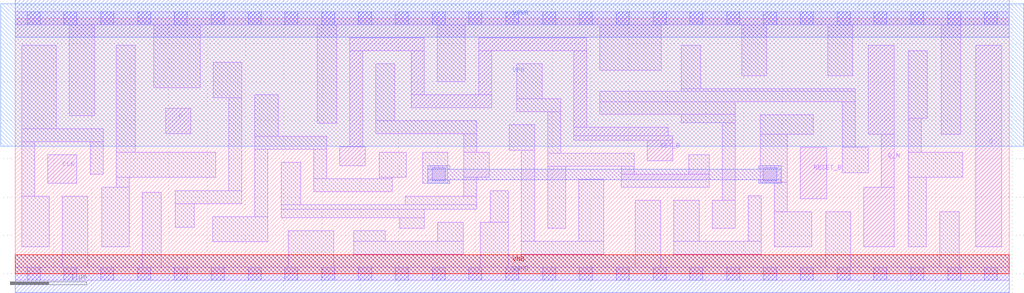
<source format=lef>
# Copyright 2020 The SkyWater PDK Authors
#
# Licensed under the Apache License, Version 2.0 (the "License");
# you may not use this file except in compliance with the License.
# You may obtain a copy of the License at
#
#     https://www.apache.org/licenses/LICENSE-2.0
#
# Unless required by applicable law or agreed to in writing, software
# distributed under the License is distributed on an "AS IS" BASIS,
# WITHOUT WARRANTIES OR CONDITIONS OF ANY KIND, either express or implied.
# See the License for the specific language governing permissions and
# limitations under the License.
#
# SPDX-License-Identifier: Apache-2.0

VERSION 5.7 ;
  NOWIREEXTENSIONATPIN ON ;
  DIVIDERCHAR "/" ;
  BUSBITCHARS "[]" ;
MACRO sky130_fd_sc_hs__dfbbp_1
  CLASS CORE ;
  FOREIGN sky130_fd_sc_hs__dfbbp_1 ;
  ORIGIN  0.000000  0.000000 ;
  SIZE  12.96000 BY  3.330000 ;
  SYMMETRY X Y ;
  SITE unit ;
  PIN D
    ANTENNAGATEAREA  0.126000 ;
    DIRECTION INPUT ;
    USE SIGNAL ;
    PORT
      LAYER li1 ;
        RECT 1.960000 1.825000 2.290000 2.155000 ;
    END
  END D
  PIN Q
    ANTENNADIFFAREA  0.519000 ;
    DIRECTION OUTPUT ;
    USE SIGNAL ;
    PORT
      LAYER li1 ;
        RECT 12.525000 0.350000 12.860000 2.980000 ;
    END
  END Q
  PIN Q_N
    ANTENNADIFFAREA  0.518900 ;
    DIRECTION OUTPUT ;
    USE SIGNAL ;
    PORT
      LAYER li1 ;
        RECT 11.065000 0.350000 11.460000 1.130000 ;
        RECT 11.120000 1.820000 11.460000 2.980000 ;
        RECT 11.290000 1.130000 11.460000 1.820000 ;
    END
  END Q_N
  PIN RESET_B
    ANTENNAGATEAREA  0.159000 ;
    DIRECTION INPUT ;
    USE SIGNAL ;
    PORT
      LAYER li1 ;
        RECT 10.235000 0.980000 10.580000 1.650000 ;
    END
  END RESET_B
  PIN SET_B
    ANTENNAGATEAREA  0.469500 ;
    DIRECTION INPUT ;
    USE SIGNAL ;
    PORT
      LAYER li1 ;
        RECT 4.230000 1.410000 4.560000 1.655000 ;
        RECT 4.360000 1.655000 4.530000 2.905000 ;
        RECT 4.360000 2.905000 5.330000 3.075000 ;
        RECT 5.160000 2.165000 6.210000 2.335000 ;
        RECT 5.160000 2.335000 5.330000 2.905000 ;
        RECT 6.040000 2.335000 6.210000 2.905000 ;
        RECT 6.040000 2.905000 7.450000 3.075000 ;
        RECT 7.280000 1.740000 8.570000 1.800000 ;
        RECT 7.280000 1.800000 8.515000 1.910000 ;
        RECT 7.280000 1.910000 7.450000 2.905000 ;
        RECT 8.240000 1.470000 8.570000 1.740000 ;
    END
  END SET_B
  PIN CLK
    ANTENNAGATEAREA  0.279000 ;
    DIRECTION INPUT ;
    USE CLOCK ;
    PORT
      LAYER li1 ;
        RECT 0.425000 1.180000 0.805000 1.550000 ;
    END
  END CLK
  PIN VGND
    DIRECTION INOUT ;
    USE GROUND ;
    PORT
      LAYER met1 ;
        RECT 0.000000 -0.245000 12.960000 0.245000 ;
    END
  END VGND
  PIN VNB
    DIRECTION INOUT ;
    USE GROUND ;
    PORT
      LAYER pwell ;
        RECT 0.000000 0.000000 12.960000 0.245000 ;
    END
  END VNB
  PIN VPB
    DIRECTION INOUT ;
    USE POWER ;
    PORT
      LAYER nwell ;
        RECT -0.190000 1.660000 13.150000 3.520000 ;
    END
  END VPB
  PIN VPWR
    DIRECTION INOUT ;
    USE POWER ;
    PORT
      LAYER met1 ;
        RECT 0.000000 3.085000 12.960000 3.575000 ;
    END
  END VPWR
  OBS
    LAYER li1 ;
      RECT  0.000000 -0.085000 12.960000 0.085000 ;
      RECT  0.000000  3.245000 12.960000 3.415000 ;
      RECT  0.085000  0.350000  0.445000 1.010000 ;
      RECT  0.085000  1.010000  0.255000 1.720000 ;
      RECT  0.085000  1.720000  1.145000 1.890000 ;
      RECT  0.085000  1.890000  0.535000 2.980000 ;
      RECT  0.615000  0.085000  0.945000 1.010000 ;
      RECT  0.705000  2.060000  1.035000 3.245000 ;
      RECT  0.975000  1.300000  1.145000 1.720000 ;
      RECT  1.125000  0.350000  1.485000 1.130000 ;
      RECT  1.315000  1.130000  1.485000 1.255000 ;
      RECT  1.315000  1.255000  2.615000 1.585000 ;
      RECT  1.315000  1.585000  1.565000 2.980000 ;
      RECT  1.655000  0.085000  1.905000 1.065000 ;
      RECT  1.805000  2.425000  2.410000 3.245000 ;
      RECT  2.085000  0.605000  2.335000 0.915000 ;
      RECT  2.085000  0.915000  2.955000 1.085000 ;
      RECT  2.575000  0.415000  3.295000 0.745000 ;
      RECT  2.580000  2.295000  2.955000 2.755000 ;
      RECT  2.785000  1.085000  2.955000 2.295000 ;
      RECT  3.125000  0.745000  3.295000 1.625000 ;
      RECT  3.125000  1.625000  4.060000 1.795000 ;
      RECT  3.125000  1.795000  3.430000 2.335000 ;
      RECT  3.465000  0.730000  5.335000 0.840000 ;
      RECT  3.465000  0.840000  6.020000 0.900000 ;
      RECT  3.465000  0.900000  3.720000 1.455000 ;
      RECT  3.560000  0.085000  4.155000 0.560000 ;
      RECT  3.890000  1.070000  4.915000 1.240000 ;
      RECT  3.890000  1.240000  4.060000 1.625000 ;
      RECT  3.940000  1.965000  4.190000 3.245000 ;
      RECT  4.415000  0.255000  5.840000 0.425000 ;
      RECT  4.415000  0.425000  4.825000 0.560000 ;
      RECT  4.700000  1.825000  6.020000 1.995000 ;
      RECT  4.700000  1.995000  4.950000 2.735000 ;
      RECT  4.745000  1.240000  4.915000 1.255000 ;
      RECT  4.745000  1.255000  5.100000 1.585000 ;
      RECT  5.015000  0.595000  5.335000 0.730000 ;
      RECT  5.085000  0.900000  6.020000 1.010000 ;
      RECT  5.310000  1.180000  5.640000 1.585000 ;
      RECT  5.500000  2.505000  5.870000 3.245000 ;
      RECT  5.510000  0.425000  5.840000 0.670000 ;
      RECT  5.850000  1.010000  6.020000 1.255000 ;
      RECT  5.850000  1.255000  6.180000 1.585000 ;
      RECT  5.850000  1.585000  6.020000 1.825000 ;
      RECT  6.060000  0.085000  6.430000 0.670000 ;
      RECT  6.190000  0.670000  6.430000 1.085000 ;
      RECT  6.440000  1.610000  6.770000 1.940000 ;
      RECT  6.540000  2.110000  7.110000 2.280000 ;
      RECT  6.540000  2.280000  6.870000 2.735000 ;
      RECT  6.600000  0.255000  7.670000 0.425000 ;
      RECT  6.600000  0.425000  6.770000 1.610000 ;
      RECT  6.940000  0.595000  7.175000 1.400000 ;
      RECT  6.940000  1.400000  8.070000 1.570000 ;
      RECT  6.940000  1.570000  7.110000 2.110000 ;
      RECT  7.345000  0.425000  7.670000 1.230000 ;
      RECT  7.620000  2.080000  9.385000 2.240000 ;
      RECT  7.620000  2.240000 10.950000 2.380000 ;
      RECT  7.620000  2.650000  8.420000 3.245000 ;
      RECT  7.900000  1.130000  9.045000 1.300000 ;
      RECT  7.900000  1.300000  8.070000 1.400000 ;
      RECT  8.085000  0.085000  8.415000 0.960000 ;
      RECT  8.585000  0.255000  9.725000 0.425000 ;
      RECT  8.585000  0.425000  8.915000 0.960000 ;
      RECT  8.685000  1.970000  9.385000 2.080000 ;
      RECT  8.685000  2.380000 10.950000 2.410000 ;
      RECT  8.685000  2.410000  8.935000 2.980000 ;
      RECT  8.780000  1.300000  9.045000 1.550000 ;
      RECT  9.085000  0.595000  9.385000 0.960000 ;
      RECT  9.215000  0.960000  9.385000 1.970000 ;
      RECT  9.470000  2.580000  9.800000 3.245000 ;
      RECT  9.555000  0.425000  9.725000 1.020000 ;
      RECT  9.710000  1.190000 10.065000 1.820000 ;
      RECT  9.710000  1.820000 10.405000 2.070000 ;
      RECT  9.895000  0.350000 10.385000 0.810000 ;
      RECT  9.895000  0.810000 10.065000 1.190000 ;
      RECT 10.565000  0.085000 10.895000 0.810000 ;
      RECT 10.590000  2.580000 10.920000 3.245000 ;
      RECT 10.780000  1.320000 11.120000 1.650000 ;
      RECT 10.780000  1.650000 10.950000 2.240000 ;
      RECT 11.640000  0.350000 11.875000 1.255000 ;
      RECT 11.640000  1.255000 12.355000 1.585000 ;
      RECT 11.640000  1.585000 11.810000 2.030000 ;
      RECT 11.640000  2.030000 11.890000 2.910000 ;
      RECT 12.055000  0.085000 12.305000 0.810000 ;
      RECT 12.075000  1.820000 12.325000 3.245000 ;
    LAYER mcon ;
      RECT  0.155000 -0.085000  0.325000 0.085000 ;
      RECT  0.155000  3.245000  0.325000 3.415000 ;
      RECT  0.635000 -0.085000  0.805000 0.085000 ;
      RECT  0.635000  3.245000  0.805000 3.415000 ;
      RECT  1.115000 -0.085000  1.285000 0.085000 ;
      RECT  1.115000  3.245000  1.285000 3.415000 ;
      RECT  1.595000 -0.085000  1.765000 0.085000 ;
      RECT  1.595000  3.245000  1.765000 3.415000 ;
      RECT  2.075000 -0.085000  2.245000 0.085000 ;
      RECT  2.075000  3.245000  2.245000 3.415000 ;
      RECT  2.555000 -0.085000  2.725000 0.085000 ;
      RECT  2.555000  3.245000  2.725000 3.415000 ;
      RECT  3.035000 -0.085000  3.205000 0.085000 ;
      RECT  3.035000  3.245000  3.205000 3.415000 ;
      RECT  3.515000 -0.085000  3.685000 0.085000 ;
      RECT  3.515000  3.245000  3.685000 3.415000 ;
      RECT  3.995000 -0.085000  4.165000 0.085000 ;
      RECT  3.995000  3.245000  4.165000 3.415000 ;
      RECT  4.475000 -0.085000  4.645000 0.085000 ;
      RECT  4.475000  3.245000  4.645000 3.415000 ;
      RECT  4.955000 -0.085000  5.125000 0.085000 ;
      RECT  4.955000  3.245000  5.125000 3.415000 ;
      RECT  5.435000 -0.085000  5.605000 0.085000 ;
      RECT  5.435000  1.210000  5.605000 1.380000 ;
      RECT  5.435000  3.245000  5.605000 3.415000 ;
      RECT  5.915000 -0.085000  6.085000 0.085000 ;
      RECT  5.915000  3.245000  6.085000 3.415000 ;
      RECT  6.395000 -0.085000  6.565000 0.085000 ;
      RECT  6.395000  3.245000  6.565000 3.415000 ;
      RECT  6.875000 -0.085000  7.045000 0.085000 ;
      RECT  6.875000  3.245000  7.045000 3.415000 ;
      RECT  7.355000 -0.085000  7.525000 0.085000 ;
      RECT  7.355000  3.245000  7.525000 3.415000 ;
      RECT  7.835000 -0.085000  8.005000 0.085000 ;
      RECT  7.835000  3.245000  8.005000 3.415000 ;
      RECT  8.315000 -0.085000  8.485000 0.085000 ;
      RECT  8.315000  3.245000  8.485000 3.415000 ;
      RECT  8.795000 -0.085000  8.965000 0.085000 ;
      RECT  8.795000  3.245000  8.965000 3.415000 ;
      RECT  9.275000 -0.085000  9.445000 0.085000 ;
      RECT  9.275000  3.245000  9.445000 3.415000 ;
      RECT  9.755000 -0.085000  9.925000 0.085000 ;
      RECT  9.755000  1.210000  9.925000 1.380000 ;
      RECT  9.755000  3.245000  9.925000 3.415000 ;
      RECT 10.235000 -0.085000 10.405000 0.085000 ;
      RECT 10.235000  3.245000 10.405000 3.415000 ;
      RECT 10.715000 -0.085000 10.885000 0.085000 ;
      RECT 10.715000  3.245000 10.885000 3.415000 ;
      RECT 11.195000 -0.085000 11.365000 0.085000 ;
      RECT 11.195000  3.245000 11.365000 3.415000 ;
      RECT 11.675000 -0.085000 11.845000 0.085000 ;
      RECT 11.675000  3.245000 11.845000 3.415000 ;
      RECT 12.155000 -0.085000 12.325000 0.085000 ;
      RECT 12.155000  3.245000 12.325000 3.415000 ;
      RECT 12.635000 -0.085000 12.805000 0.085000 ;
      RECT 12.635000  3.245000 12.805000 3.415000 ;
    LAYER met1 ;
      RECT 5.375000 1.180000 5.665000 1.225000 ;
      RECT 5.375000 1.225000 9.985000 1.365000 ;
      RECT 5.375000 1.365000 5.665000 1.410000 ;
      RECT 9.695000 1.180000 9.985000 1.225000 ;
      RECT 9.695000 1.365000 9.985000 1.410000 ;
  END
END sky130_fd_sc_hs__dfbbp_1
END LIBRARY

</source>
